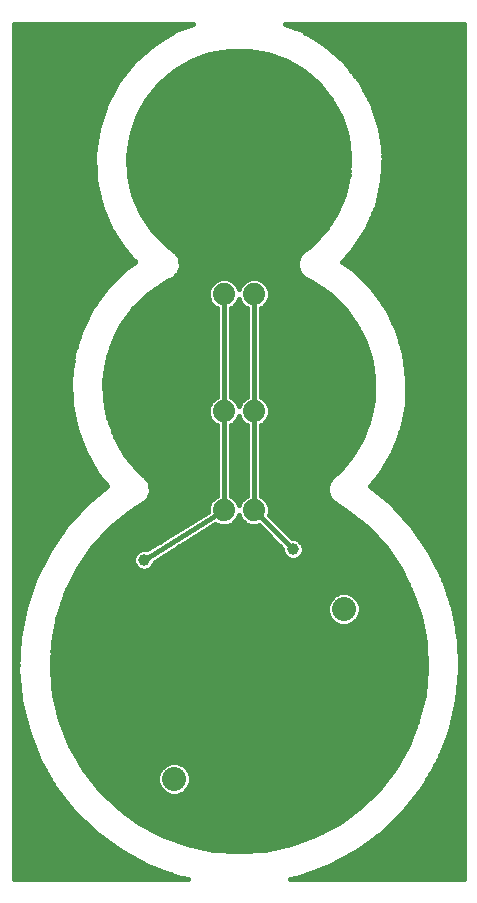
<source format=gbl>
G75*
G70*
%OFA0B0*%
%FSLAX24Y24*%
%IPPOS*%
%LPD*%
%AMOC8*
5,1,8,0,0,1.08239X$1,22.5*
%
%ADD10C,0.0800*%
%ADD11C,0.0740*%
%ADD12C,0.0160*%
%ADD13C,0.0396*%
D10*
X005523Y003989D03*
X011180Y009646D03*
D11*
X008180Y012946D03*
X007180Y012946D03*
X007180Y016246D03*
X008180Y016246D03*
X008180Y020146D03*
X007180Y020146D03*
D12*
X005985Y000646D02*
X000180Y000646D01*
X000180Y029146D01*
X006146Y029146D01*
X005585Y028935D01*
X004842Y028491D01*
X004189Y027922D01*
X003650Y027245D01*
X003239Y026483D01*
X002971Y025659D01*
X002855Y024802D01*
X002855Y024802D01*
X002894Y023937D01*
X002894Y023937D01*
X003086Y023093D01*
X003086Y023093D01*
X003426Y022296D01*
X003903Y021574D01*
X003903Y021574D01*
X004229Y021232D01*
X003874Y020980D01*
X003278Y020388D01*
X002787Y019708D01*
X002414Y018956D01*
X002169Y018154D01*
X002058Y017322D01*
X002085Y016484D01*
X002085Y016484D01*
X002248Y015661D01*
X002543Y014875D01*
X002963Y014149D01*
X002963Y014149D01*
X003299Y013739D01*
X002642Y013207D01*
X002642Y013207D01*
X001935Y012447D01*
X001343Y011596D01*
X000875Y010671D01*
X000542Y009689D01*
X000349Y008670D01*
X000301Y007634D01*
X000399Y006602D01*
X000640Y005594D01*
X000640Y005594D01*
X001021Y004629D01*
X001533Y003727D01*
X002166Y002906D01*
X002908Y002182D01*
X003744Y001568D01*
X004658Y001079D01*
X005632Y000722D01*
X005985Y000646D01*
X000180Y000646D01*
X000180Y000804D02*
X005406Y000804D01*
X005632Y000722D02*
X005632Y000722D01*
X004973Y000963D02*
X000180Y000963D01*
X000180Y001121D02*
X004578Y001121D01*
X004658Y001079D02*
X004658Y001079D01*
X004282Y001280D02*
X000180Y001280D01*
X000180Y001438D02*
X003987Y001438D01*
X003744Y001568D02*
X003744Y001568D01*
X003705Y001597D02*
X000180Y001597D01*
X000180Y001755D02*
X003489Y001755D01*
X003273Y001914D02*
X000180Y001914D01*
X000180Y002072D02*
X003057Y002072D01*
X002908Y002182D02*
X002908Y002182D01*
X002858Y002231D02*
X000180Y002231D01*
X000180Y002389D02*
X002695Y002389D01*
X002533Y002548D02*
X000180Y002548D01*
X000180Y002706D02*
X002370Y002706D01*
X002208Y002865D02*
X000180Y002865D01*
X000180Y003023D02*
X002075Y003023D01*
X002166Y002906D02*
X002166Y002906D01*
X001953Y003182D02*
X000180Y003182D01*
X000180Y003340D02*
X001831Y003340D01*
X001709Y003499D02*
X000180Y003499D01*
X000180Y003657D02*
X001587Y003657D01*
X001533Y003727D02*
X001533Y003727D01*
X001482Y003816D02*
X000180Y003816D01*
X000180Y003974D02*
X001392Y003974D01*
X001302Y004133D02*
X000180Y004133D01*
X000180Y004291D02*
X001212Y004291D01*
X001123Y004450D02*
X000180Y004450D01*
X000180Y004608D02*
X001033Y004608D01*
X001021Y004629D02*
X001021Y004629D01*
X000966Y004767D02*
X000180Y004767D01*
X000180Y004925D02*
X000904Y004925D01*
X000841Y005084D02*
X000180Y005084D01*
X000180Y005242D02*
X000779Y005242D01*
X000716Y005401D02*
X000180Y005401D01*
X000180Y005559D02*
X000654Y005559D01*
X000611Y005718D02*
X000180Y005718D01*
X000180Y005876D02*
X000573Y005876D01*
X000535Y006035D02*
X000180Y006035D01*
X000180Y006193D02*
X000497Y006193D01*
X000459Y006352D02*
X000180Y006352D01*
X000180Y006510D02*
X000421Y006510D01*
X000399Y006602D02*
X000399Y006602D01*
X000393Y006669D02*
X000180Y006669D01*
X000180Y006827D02*
X000378Y006827D01*
X000363Y006986D02*
X000180Y006986D01*
X000180Y007144D02*
X000348Y007144D01*
X000333Y007303D02*
X000180Y007303D01*
X000180Y007461D02*
X000318Y007461D01*
X000303Y007620D02*
X000180Y007620D01*
X000301Y007634D02*
X000301Y007634D01*
X000308Y007778D02*
X000180Y007778D01*
X000180Y007937D02*
X000315Y007937D01*
X000322Y008095D02*
X000180Y008095D01*
X000180Y008254D02*
X000330Y008254D01*
X000337Y008412D02*
X000180Y008412D01*
X000180Y008571D02*
X000344Y008571D01*
X000360Y008729D02*
X000180Y008729D01*
X000180Y008888D02*
X000390Y008888D01*
X000420Y009046D02*
X000180Y009046D01*
X000180Y009205D02*
X000450Y009205D01*
X000480Y009363D02*
X000180Y009363D01*
X000180Y009522D02*
X000510Y009522D01*
X000540Y009680D02*
X000180Y009680D01*
X000180Y009839D02*
X000592Y009839D01*
X000646Y009997D02*
X000180Y009997D01*
X000180Y010156D02*
X000700Y010156D01*
X000754Y010314D02*
X000180Y010314D01*
X000180Y010473D02*
X000808Y010473D01*
X000862Y010631D02*
X000180Y010631D01*
X000180Y010790D02*
X000935Y010790D01*
X001015Y010948D02*
X000180Y010948D01*
X000180Y011107D02*
X001095Y011107D01*
X001175Y011265D02*
X000180Y011265D01*
X000180Y011424D02*
X001255Y011424D01*
X001336Y011582D02*
X000180Y011582D01*
X000180Y011741D02*
X001443Y011741D01*
X001554Y011899D02*
X000180Y011899D01*
X000180Y012058D02*
X001664Y012058D01*
X001775Y012216D02*
X000180Y012216D01*
X000180Y012375D02*
X001885Y012375D01*
X001935Y012447D02*
X001935Y012447D01*
X002016Y012533D02*
X000180Y012533D01*
X000180Y012692D02*
X002163Y012692D01*
X002310Y012850D02*
X000180Y012850D01*
X000180Y013009D02*
X002458Y013009D01*
X002605Y013167D02*
X000180Y013167D01*
X000180Y013326D02*
X002789Y013326D01*
X002985Y013484D02*
X000180Y013484D01*
X000180Y013643D02*
X003180Y013643D01*
X003248Y013801D02*
X000180Y013801D01*
X000180Y013960D02*
X003118Y013960D01*
X002988Y014118D02*
X000180Y014118D01*
X000180Y014277D02*
X002889Y014277D01*
X002797Y014435D02*
X000180Y014435D01*
X000180Y014594D02*
X002706Y014594D01*
X002614Y014752D02*
X000180Y014752D01*
X000180Y014911D02*
X002530Y014911D01*
X002543Y014875D02*
X002543Y014875D01*
X002470Y015069D02*
X000180Y015069D01*
X000180Y015228D02*
X002410Y015228D01*
X002351Y015386D02*
X000180Y015386D01*
X000180Y015545D02*
X002291Y015545D01*
X002248Y015661D02*
X002248Y015661D01*
X002239Y015703D02*
X000180Y015703D01*
X000180Y015862D02*
X002208Y015862D01*
X002176Y016020D02*
X000180Y016020D01*
X000180Y016179D02*
X002145Y016179D01*
X002113Y016337D02*
X000180Y016337D01*
X000180Y016496D02*
X002084Y016496D01*
X002079Y016654D02*
X000180Y016654D01*
X000180Y016813D02*
X002074Y016813D01*
X002069Y016971D02*
X000180Y016971D01*
X000180Y017130D02*
X002064Y017130D01*
X002059Y017288D02*
X000180Y017288D01*
X000180Y017447D02*
X002075Y017447D01*
X002058Y017322D02*
X002058Y017322D01*
X002096Y017605D02*
X000180Y017605D01*
X000180Y017764D02*
X002117Y017764D01*
X002138Y017922D02*
X000180Y017922D01*
X000180Y018081D02*
X002159Y018081D01*
X002169Y018154D02*
X002169Y018154D01*
X002195Y018239D02*
X000180Y018239D01*
X000180Y018398D02*
X002243Y018398D01*
X002292Y018556D02*
X000180Y018556D01*
X000180Y018715D02*
X002340Y018715D01*
X002389Y018873D02*
X000180Y018873D01*
X000180Y019032D02*
X002452Y019032D01*
X002414Y018956D02*
X002414Y018956D01*
X002530Y019190D02*
X000180Y019190D01*
X000180Y019349D02*
X002609Y019349D01*
X002688Y019507D02*
X000180Y019507D01*
X000180Y019666D02*
X002766Y019666D01*
X002787Y019708D02*
X002787Y019708D01*
X002871Y019824D02*
X000180Y019824D01*
X000180Y019983D02*
X002986Y019983D01*
X003100Y020141D02*
X000180Y020141D01*
X000180Y020300D02*
X003214Y020300D01*
X003278Y020388D02*
X003278Y020388D01*
X003278Y020388D01*
X003349Y020458D02*
X000180Y020458D01*
X000180Y020617D02*
X003508Y020617D01*
X003668Y020775D02*
X000180Y020775D01*
X000180Y020934D02*
X003828Y020934D01*
X004032Y021092D02*
X000180Y021092D01*
X000180Y021251D02*
X004211Y021251D01*
X004059Y021409D02*
X000180Y021409D01*
X000180Y021568D02*
X003908Y021568D01*
X003802Y021726D02*
X000180Y021726D01*
X000180Y021885D02*
X003697Y021885D01*
X003593Y022043D02*
X000180Y022043D01*
X000180Y022202D02*
X003488Y022202D01*
X003426Y022296D02*
X003426Y022296D01*
X003399Y022360D02*
X000180Y022360D01*
X000180Y022519D02*
X003331Y022519D01*
X003263Y022677D02*
X000180Y022677D01*
X000180Y022836D02*
X003196Y022836D01*
X003128Y022994D02*
X000180Y022994D01*
X000180Y023153D02*
X003072Y023153D01*
X003036Y023311D02*
X000180Y023311D01*
X000180Y023470D02*
X003000Y023470D01*
X002964Y023628D02*
X000180Y023628D01*
X000180Y023787D02*
X002928Y023787D01*
X002893Y023945D02*
X000180Y023945D01*
X000180Y024104D02*
X002886Y024104D01*
X002879Y024262D02*
X000180Y024262D01*
X000180Y024421D02*
X002872Y024421D01*
X002865Y024579D02*
X000180Y024579D01*
X000180Y024738D02*
X002858Y024738D01*
X002868Y024896D02*
X000180Y024896D01*
X000180Y025055D02*
X002889Y025055D01*
X002911Y025213D02*
X000180Y025213D01*
X000180Y025372D02*
X002932Y025372D01*
X002954Y025530D02*
X000180Y025530D01*
X000180Y025689D02*
X002981Y025689D01*
X003033Y025847D02*
X000180Y025847D01*
X000180Y026006D02*
X003084Y026006D01*
X003136Y026164D02*
X000180Y026164D01*
X000180Y026323D02*
X003187Y026323D01*
X003239Y026481D02*
X000180Y026481D01*
X000180Y026640D02*
X003324Y026640D01*
X003409Y026798D02*
X000180Y026798D01*
X000180Y026957D02*
X003495Y026957D01*
X003580Y027115D02*
X000180Y027115D01*
X000180Y027274D02*
X003673Y027274D01*
X003799Y027432D02*
X000180Y027432D01*
X000180Y027591D02*
X003926Y027591D01*
X004052Y027749D02*
X000180Y027749D01*
X000180Y027908D02*
X004179Y027908D01*
X004189Y027922D02*
X004189Y027922D01*
X004355Y028066D02*
X000180Y028066D01*
X000180Y028225D02*
X004537Y028225D01*
X004718Y028383D02*
X000180Y028383D01*
X000180Y028542D02*
X004926Y028542D01*
X005192Y028700D02*
X000180Y028700D01*
X000180Y028859D02*
X005457Y028859D01*
X005585Y028935D02*
X005585Y028935D01*
X005804Y029017D02*
X000180Y029017D01*
X004082Y025406D02*
X003993Y024750D01*
X004023Y024089D01*
X004170Y023444D01*
X004430Y022836D01*
X004794Y022284D01*
X005251Y021805D01*
X005452Y021644D01*
X005468Y021639D01*
X005531Y021583D01*
X005599Y021533D01*
X005614Y021510D01*
X005635Y021491D01*
X005672Y021415D01*
X005716Y021343D01*
X005720Y021316D01*
X005732Y021291D01*
X005737Y021207D01*
X005751Y021123D01*
X005744Y021096D01*
X005746Y021069D01*
X005718Y020989D01*
X005698Y020907D01*
X005682Y020884D01*
X005673Y020858D01*
X005617Y020795D01*
X005567Y020726D01*
X005544Y020712D01*
X005526Y020691D01*
X005450Y020654D01*
X005377Y020610D01*
X005360Y020607D01*
X005138Y020488D01*
X004606Y020110D01*
X004143Y019650D01*
X003761Y019120D01*
X003471Y018536D01*
X003280Y017912D01*
X003194Y017265D01*
X003214Y016613D01*
X003341Y015972D01*
X003571Y015362D01*
X003898Y014797D01*
X004312Y014292D01*
X004538Y014078D01*
X004603Y014030D01*
X004615Y014010D01*
X004633Y013994D01*
X004672Y013915D01*
X004718Y013839D01*
X004721Y013815D01*
X004731Y013794D01*
X004737Y013706D01*
X004750Y013618D01*
X004745Y013595D01*
X004746Y013572D01*
X004718Y013488D01*
X004696Y013402D01*
X004682Y013383D01*
X004675Y013361D01*
X004616Y013294D01*
X004564Y013223D01*
X004544Y013211D01*
X004528Y013193D01*
X004455Y013157D01*
X004100Y012927D01*
X004100Y012927D01*
X003419Y012375D01*
X005811Y012375D01*
X005557Y012216D02*
X003271Y012216D01*
X003124Y012058D02*
X005303Y012058D01*
X005048Y011899D02*
X002977Y011899D01*
X002829Y011741D02*
X004794Y011741D01*
X004624Y011635D02*
X004594Y011647D01*
X004452Y011647D01*
X004320Y011593D01*
X004220Y011492D01*
X004165Y011360D01*
X004165Y011218D01*
X004220Y011086D01*
X004320Y010985D01*
X004452Y010931D01*
X004594Y010931D01*
X004726Y010985D01*
X004827Y011086D01*
X004881Y011218D01*
X004881Y011230D01*
X006900Y012488D01*
X007075Y012416D01*
X007285Y012416D01*
X007480Y012497D01*
X007629Y012646D01*
X007680Y012768D01*
X007731Y012646D01*
X007880Y012497D01*
X008075Y012416D01*
X008285Y012416D01*
X008346Y012441D01*
X009122Y011665D01*
X009122Y011575D01*
X009176Y011443D01*
X009277Y011342D01*
X009409Y011288D01*
X009551Y011288D01*
X009683Y011342D01*
X009784Y011443D01*
X009838Y011575D01*
X009838Y011717D01*
X009784Y011849D01*
X009683Y011950D01*
X009551Y012004D01*
X009461Y012004D01*
X008685Y012780D01*
X008710Y012841D01*
X008710Y013051D01*
X008629Y013246D01*
X008480Y013395D01*
X008420Y013420D01*
X008420Y015772D01*
X008480Y015797D01*
X008629Y015946D01*
X008710Y016141D01*
X008710Y016351D01*
X008629Y016546D01*
X008480Y016695D01*
X008420Y016720D01*
X008420Y019672D01*
X008480Y019697D01*
X008629Y019846D01*
X008710Y020041D01*
X008710Y020251D01*
X008629Y020446D01*
X008480Y020595D01*
X008285Y020676D01*
X008075Y020676D01*
X007880Y020595D01*
X007731Y020446D01*
X007680Y020324D01*
X007629Y020446D01*
X007480Y020595D01*
X007285Y020676D01*
X007075Y020676D01*
X006880Y020595D01*
X006731Y020446D01*
X006650Y020251D01*
X006650Y020041D01*
X006731Y019846D01*
X006880Y019697D01*
X006940Y019672D01*
X006940Y016720D01*
X006880Y016695D01*
X006731Y016546D01*
X006650Y016351D01*
X006650Y016141D01*
X006731Y015946D01*
X006880Y015797D01*
X006940Y015772D01*
X006940Y013420D01*
X006880Y013395D01*
X006731Y013246D01*
X006650Y013051D01*
X006650Y012898D01*
X004624Y011635D01*
X004523Y011289D02*
X007180Y012946D01*
X007180Y016246D01*
X007180Y020146D01*
X006940Y019666D02*
X004159Y019666D01*
X004040Y019507D02*
X006940Y019507D01*
X006940Y019349D02*
X003926Y019349D01*
X003812Y019190D02*
X006940Y019190D01*
X006940Y019032D02*
X003717Y019032D01*
X003638Y018873D02*
X006940Y018873D01*
X006940Y018715D02*
X003560Y018715D01*
X003481Y018556D02*
X006940Y018556D01*
X006940Y018398D02*
X003429Y018398D01*
X003380Y018239D02*
X006940Y018239D01*
X006940Y018081D02*
X003332Y018081D01*
X003283Y017922D02*
X006940Y017922D01*
X006940Y017764D02*
X003260Y017764D01*
X003239Y017605D02*
X006940Y017605D01*
X006940Y017447D02*
X003218Y017447D01*
X003197Y017288D02*
X006940Y017288D01*
X006940Y017130D02*
X003198Y017130D01*
X003203Y016971D02*
X006940Y016971D01*
X006940Y016813D02*
X003208Y016813D01*
X003213Y016654D02*
X006839Y016654D01*
X006710Y016496D02*
X003238Y016496D01*
X003269Y016337D02*
X006650Y016337D01*
X006650Y016179D02*
X003300Y016179D01*
X003332Y016020D02*
X006700Y016020D01*
X006814Y015862D02*
X003383Y015862D01*
X003442Y015703D02*
X006940Y015703D01*
X006940Y015545D02*
X003502Y015545D01*
X003562Y015386D02*
X006940Y015386D01*
X006940Y015228D02*
X003648Y015228D01*
X003740Y015069D02*
X006940Y015069D01*
X006940Y014911D02*
X003831Y014911D01*
X003934Y014752D02*
X006940Y014752D01*
X006940Y014594D02*
X004064Y014594D01*
X004194Y014435D02*
X006940Y014435D01*
X006940Y014277D02*
X004328Y014277D01*
X004495Y014118D02*
X006940Y014118D01*
X006940Y013960D02*
X004649Y013960D01*
X004728Y013801D02*
X006940Y013801D01*
X006940Y013643D02*
X004747Y013643D01*
X004717Y013484D02*
X006940Y013484D01*
X006810Y013326D02*
X004644Y013326D01*
X004476Y013167D02*
X006698Y013167D01*
X006650Y013009D02*
X004226Y013009D01*
X004006Y012850D02*
X006573Y012850D01*
X006319Y012692D02*
X003810Y012692D01*
X003614Y012533D02*
X006065Y012533D01*
X006210Y012058D02*
X008729Y012058D01*
X008887Y011899D02*
X005955Y011899D01*
X005701Y011741D02*
X009046Y011741D01*
X009122Y011582D02*
X005447Y011582D01*
X005193Y011424D02*
X009196Y011424D01*
X009480Y011646D02*
X008180Y012946D01*
X008180Y016246D01*
X008180Y020146D01*
X008420Y019666D02*
X011201Y019666D01*
X011217Y019650D02*
X010754Y020110D01*
X010222Y020488D01*
X010000Y020607D01*
X009983Y020610D01*
X009910Y020654D01*
X009834Y020691D01*
X009816Y020712D01*
X009793Y020726D01*
X009743Y020795D01*
X009687Y020858D01*
X009678Y020884D01*
X009662Y020907D01*
X009642Y020989D01*
X009614Y021069D01*
X009616Y021096D01*
X009609Y021123D01*
X009623Y021207D01*
X009628Y021291D01*
X009640Y021316D01*
X009644Y021343D01*
X009688Y021415D01*
X009725Y021491D01*
X009746Y021510D01*
X009761Y021533D01*
X009829Y021583D01*
X009892Y021639D01*
X009908Y021644D01*
X010109Y021805D01*
X010566Y022284D01*
X010930Y022836D01*
X011190Y023444D01*
X011337Y024089D01*
X011367Y024750D01*
X011278Y025406D01*
X011073Y026035D01*
X010760Y026617D01*
X010347Y027134D01*
X009849Y027569D01*
X009281Y027909D01*
X008662Y028141D01*
X008011Y028259D01*
X007349Y028259D01*
X006698Y028141D01*
X006079Y027909D01*
X005511Y027569D01*
X005511Y027569D01*
X005013Y027134D01*
X004600Y026617D01*
X004287Y026035D01*
X004082Y025406D01*
X004078Y025372D02*
X011282Y025372D01*
X011304Y025213D02*
X004056Y025213D01*
X004035Y025055D02*
X011325Y025055D01*
X011347Y024896D02*
X004013Y024896D01*
X003994Y024738D02*
X011366Y024738D01*
X011359Y024579D02*
X004001Y024579D01*
X004008Y024421D02*
X011352Y024421D01*
X011345Y024262D02*
X004015Y024262D01*
X004022Y024104D02*
X011338Y024104D01*
X011304Y023945D02*
X004056Y023945D01*
X004092Y023787D02*
X011268Y023787D01*
X011232Y023628D02*
X004128Y023628D01*
X004164Y023470D02*
X011196Y023470D01*
X011134Y023311D02*
X004226Y023311D01*
X004294Y023153D02*
X011066Y023153D01*
X010998Y022994D02*
X004362Y022994D01*
X004429Y022836D02*
X010931Y022836D01*
X010826Y022677D02*
X004534Y022677D01*
X004639Y022519D02*
X010721Y022519D01*
X010617Y022360D02*
X004743Y022360D01*
X004872Y022202D02*
X010488Y022202D01*
X010337Y022043D02*
X005023Y022043D01*
X005175Y021885D02*
X010185Y021885D01*
X010011Y021726D02*
X005349Y021726D01*
X005552Y021568D02*
X009808Y021568D01*
X009685Y021409D02*
X005675Y021409D01*
X005735Y021251D02*
X009625Y021251D01*
X009616Y021092D02*
X005744Y021092D01*
X005705Y020934D02*
X009655Y020934D01*
X009757Y020775D02*
X005603Y020775D01*
X005388Y020617D02*
X006932Y020617D01*
X006743Y020458D02*
X005097Y020458D01*
X004874Y020300D02*
X006670Y020300D01*
X006650Y020141D02*
X004651Y020141D01*
X004478Y019983D02*
X006674Y019983D01*
X006752Y019824D02*
X004319Y019824D01*
X007420Y019672D02*
X007420Y016720D01*
X007480Y016695D01*
X007629Y016546D01*
X007680Y016424D01*
X007731Y016546D01*
X007880Y016695D01*
X007940Y016720D01*
X007940Y019672D01*
X007880Y019697D01*
X007731Y019846D01*
X007680Y019968D01*
X007629Y019846D01*
X007480Y019697D01*
X007420Y019672D01*
X007420Y019666D02*
X007940Y019666D01*
X007940Y019507D02*
X007420Y019507D01*
X007420Y019349D02*
X007940Y019349D01*
X007940Y019190D02*
X007420Y019190D01*
X007420Y019032D02*
X007940Y019032D01*
X007940Y018873D02*
X007420Y018873D01*
X007420Y018715D02*
X007940Y018715D01*
X007940Y018556D02*
X007420Y018556D01*
X007420Y018398D02*
X007940Y018398D01*
X007940Y018239D02*
X007420Y018239D01*
X007420Y018081D02*
X007940Y018081D01*
X007940Y017922D02*
X007420Y017922D01*
X007420Y017764D02*
X007940Y017764D01*
X007940Y017605D02*
X007420Y017605D01*
X007420Y017447D02*
X007940Y017447D01*
X007940Y017288D02*
X007420Y017288D01*
X007420Y017130D02*
X007940Y017130D01*
X007940Y016971D02*
X007420Y016971D01*
X007420Y016813D02*
X007940Y016813D01*
X007839Y016654D02*
X007521Y016654D01*
X007650Y016496D02*
X007710Y016496D01*
X007680Y016068D02*
X007629Y015946D01*
X007480Y015797D01*
X007420Y015772D01*
X007420Y013420D01*
X007480Y013395D01*
X007629Y013246D01*
X007680Y013124D01*
X007731Y013246D01*
X007880Y013395D01*
X007940Y013420D01*
X007940Y015772D01*
X007880Y015797D01*
X007731Y015946D01*
X007680Y016068D01*
X007660Y016020D02*
X007700Y016020D01*
X007814Y015862D02*
X007546Y015862D01*
X007420Y015703D02*
X007940Y015703D01*
X007940Y015545D02*
X007420Y015545D01*
X007420Y015386D02*
X007940Y015386D01*
X007940Y015228D02*
X007420Y015228D01*
X007420Y015069D02*
X007940Y015069D01*
X007940Y014911D02*
X007420Y014911D01*
X007420Y014752D02*
X007940Y014752D01*
X007940Y014594D02*
X007420Y014594D01*
X007420Y014435D02*
X007940Y014435D01*
X007940Y014277D02*
X007420Y014277D01*
X007420Y014118D02*
X007940Y014118D01*
X007940Y013960D02*
X007420Y013960D01*
X007420Y013801D02*
X007940Y013801D01*
X007940Y013643D02*
X007420Y013643D01*
X007420Y013484D02*
X007940Y013484D01*
X007810Y013326D02*
X007550Y013326D01*
X007662Y013167D02*
X007698Y013167D01*
X007712Y012692D02*
X007648Y012692D01*
X007517Y012533D02*
X007843Y012533D01*
X008412Y012375D02*
X006718Y012375D01*
X006464Y012216D02*
X008570Y012216D01*
X008773Y012692D02*
X011550Y012692D01*
X011745Y012533D02*
X008932Y012533D01*
X009090Y012375D02*
X011941Y012375D01*
X012539Y011733D01*
X013040Y011013D01*
X013436Y010230D01*
X013718Y009400D01*
X013880Y008538D01*
X013921Y007662D01*
X013838Y006789D01*
X013634Y005936D01*
X013312Y005120D01*
X012879Y004357D01*
X012344Y003663D01*
X011716Y003050D01*
X011009Y002531D01*
X010236Y002117D01*
X009412Y001815D01*
X008555Y001631D01*
X007680Y001570D01*
X006805Y001631D01*
X005948Y001815D01*
X005124Y002117D01*
X004351Y002531D01*
X003644Y003050D01*
X003016Y003663D01*
X002481Y004357D01*
X002048Y005120D01*
X001726Y005936D01*
X001522Y006789D01*
X001439Y007662D01*
X001480Y008538D01*
X001642Y009400D01*
X001924Y010230D01*
X002320Y011013D01*
X002821Y011733D01*
X003419Y012375D01*
X002717Y011582D02*
X004310Y011582D01*
X004191Y011424D02*
X002606Y011424D01*
X002496Y011265D02*
X004165Y011265D01*
X004211Y011107D02*
X002385Y011107D01*
X002287Y010948D02*
X004410Y010948D01*
X004637Y010948D02*
X013073Y010948D01*
X013153Y010790D02*
X002207Y010790D01*
X002127Y010631D02*
X013233Y010631D01*
X013313Y010473D02*
X002047Y010473D01*
X001967Y010314D02*
X013393Y010314D01*
X013461Y010156D02*
X011412Y010156D01*
X011497Y010121D02*
X011291Y010206D01*
X011069Y010206D01*
X010863Y010121D01*
X010705Y009963D01*
X010620Y009757D01*
X010620Y009535D01*
X010705Y009329D01*
X010863Y009171D01*
X011069Y009086D01*
X011291Y009086D01*
X011497Y009171D01*
X011655Y009329D01*
X011740Y009535D01*
X011740Y009757D01*
X011655Y009963D01*
X011497Y010121D01*
X011620Y009997D02*
X013515Y009997D01*
X013569Y009839D02*
X011706Y009839D01*
X011740Y009680D02*
X013622Y009680D01*
X013676Y009522D02*
X011735Y009522D01*
X011669Y009363D02*
X013725Y009363D01*
X013754Y009205D02*
X011531Y009205D01*
X010948Y010156D02*
X001899Y010156D01*
X001845Y009997D02*
X010740Y009997D01*
X010654Y009839D02*
X001791Y009839D01*
X001738Y009680D02*
X010620Y009680D01*
X010625Y009522D02*
X001684Y009522D01*
X001635Y009363D02*
X010691Y009363D01*
X010829Y009205D02*
X001606Y009205D01*
X001576Y009046D02*
X013784Y009046D01*
X013814Y008888D02*
X001546Y008888D01*
X001516Y008729D02*
X013844Y008729D01*
X013874Y008571D02*
X001486Y008571D01*
X001474Y008412D02*
X013886Y008412D01*
X013894Y008254D02*
X001466Y008254D01*
X001459Y008095D02*
X013901Y008095D01*
X013908Y007937D02*
X001452Y007937D01*
X001444Y007778D02*
X013916Y007778D01*
X013917Y007620D02*
X001443Y007620D01*
X001458Y007461D02*
X013902Y007461D01*
X013887Y007303D02*
X001473Y007303D01*
X001488Y007144D02*
X013872Y007144D01*
X013857Y006986D02*
X001503Y006986D01*
X001518Y006827D02*
X013842Y006827D01*
X013810Y006669D02*
X001550Y006669D01*
X001588Y006510D02*
X013772Y006510D01*
X013734Y006352D02*
X001626Y006352D01*
X001664Y006193D02*
X013696Y006193D01*
X013658Y006035D02*
X001702Y006035D01*
X001749Y005876D02*
X013611Y005876D01*
X013548Y005718D02*
X001812Y005718D01*
X001874Y005559D02*
X013486Y005559D01*
X013423Y005401D02*
X001937Y005401D01*
X001999Y005242D02*
X013361Y005242D01*
X013292Y005084D02*
X002068Y005084D01*
X002158Y004925D02*
X013202Y004925D01*
X013112Y004767D02*
X002248Y004767D01*
X002338Y004608D02*
X013022Y004608D01*
X012932Y004450D02*
X005854Y004450D01*
X005840Y004464D02*
X005635Y004549D01*
X005412Y004549D01*
X005206Y004464D01*
X005048Y004306D01*
X004963Y004100D01*
X004963Y003878D01*
X005048Y003672D01*
X005206Y003514D01*
X005412Y003429D01*
X005635Y003429D01*
X005840Y003514D01*
X005998Y003672D01*
X006083Y003878D01*
X006083Y004100D01*
X005998Y004306D01*
X005840Y004464D01*
X006004Y004291D02*
X012829Y004291D01*
X012706Y004133D02*
X006070Y004133D01*
X006083Y003974D02*
X012584Y003974D01*
X012462Y003816D02*
X006058Y003816D01*
X005983Y003657D02*
X012338Y003657D01*
X012176Y003499D02*
X005803Y003499D01*
X005243Y003499D02*
X003184Y003499D01*
X003022Y003657D02*
X005063Y003657D01*
X004989Y003816D02*
X002898Y003816D01*
X002776Y003974D02*
X004963Y003974D01*
X004977Y004133D02*
X002654Y004133D01*
X002531Y004291D02*
X005042Y004291D01*
X005192Y004450D02*
X002428Y004450D01*
X003346Y003340D02*
X012014Y003340D01*
X011851Y003182D02*
X003509Y003182D01*
X003680Y003023D02*
X011680Y003023D01*
X011464Y002865D02*
X003896Y002865D01*
X004112Y002706D02*
X011248Y002706D01*
X011031Y002548D02*
X004329Y002548D01*
X004616Y002389D02*
X010744Y002389D01*
X010448Y002231D02*
X004912Y002231D01*
X005246Y002072D02*
X010114Y002072D01*
X009682Y001914D02*
X005678Y001914D01*
X006226Y001755D02*
X009134Y001755D01*
X009375Y000646D02*
X015180Y000646D01*
X009375Y000646D01*
X009728Y000722D01*
X009728Y000722D01*
X010702Y001079D01*
X011616Y001568D01*
X012452Y002182D01*
X013194Y002906D01*
X013827Y003727D01*
X013827Y003727D01*
X014339Y004629D01*
X014720Y005594D01*
X014961Y006602D01*
X014961Y006602D01*
X015059Y007634D01*
X015011Y008670D01*
X015011Y008670D01*
X014818Y009689D01*
X014485Y010671D01*
X014017Y011596D01*
X014017Y011596D01*
X013425Y012447D01*
X013425Y012447D01*
X012718Y013207D01*
X012061Y013739D01*
X012397Y014149D01*
X012817Y014875D01*
X012817Y014875D01*
X013112Y015661D01*
X013275Y016484D01*
X013302Y017322D01*
X013302Y017322D01*
X013191Y018154D01*
X012946Y018956D01*
X012946Y018956D01*
X012573Y019708D01*
X012082Y020388D01*
X012082Y020388D01*
X011486Y020980D01*
X011131Y021232D01*
X011457Y021574D01*
X011934Y022296D01*
X011934Y022296D01*
X012274Y023093D01*
X012466Y023937D01*
X012505Y024802D01*
X012389Y025659D01*
X012121Y026483D01*
X011710Y027245D01*
X011171Y027922D01*
X011171Y027922D01*
X011171Y027922D01*
X010518Y028491D01*
X009775Y028935D01*
X009214Y029146D01*
X015180Y029146D01*
X015180Y000646D01*
X015180Y000804D02*
X009954Y000804D01*
X010387Y000963D02*
X015180Y000963D01*
X015180Y001121D02*
X010782Y001121D01*
X010702Y001079D02*
X010702Y001079D01*
X011078Y001280D02*
X015180Y001280D01*
X015180Y001438D02*
X011373Y001438D01*
X011616Y001568D02*
X011616Y001568D01*
X011655Y001597D02*
X015180Y001597D01*
X015180Y001755D02*
X011871Y001755D01*
X012087Y001914D02*
X015180Y001914D01*
X015180Y002072D02*
X012303Y002072D01*
X012452Y002182D02*
X012452Y002182D01*
X012502Y002231D02*
X015180Y002231D01*
X015180Y002389D02*
X012665Y002389D01*
X012827Y002548D02*
X015180Y002548D01*
X015180Y002706D02*
X012990Y002706D01*
X013152Y002865D02*
X015180Y002865D01*
X015180Y003023D02*
X013285Y003023D01*
X013194Y002906D02*
X013194Y002906D01*
X013407Y003182D02*
X015180Y003182D01*
X015180Y003340D02*
X013529Y003340D01*
X013651Y003499D02*
X015180Y003499D01*
X015180Y003657D02*
X013773Y003657D01*
X013878Y003816D02*
X015180Y003816D01*
X015180Y003974D02*
X013968Y003974D01*
X014058Y004133D02*
X015180Y004133D01*
X015180Y004291D02*
X014148Y004291D01*
X014237Y004450D02*
X015180Y004450D01*
X015180Y004608D02*
X014327Y004608D01*
X014339Y004629D02*
X014339Y004629D01*
X014394Y004767D02*
X015180Y004767D01*
X015180Y004925D02*
X014456Y004925D01*
X014519Y005084D02*
X015180Y005084D01*
X015180Y005242D02*
X014581Y005242D01*
X014644Y005401D02*
X015180Y005401D01*
X015180Y005559D02*
X014706Y005559D01*
X014720Y005594D02*
X014720Y005594D01*
X014749Y005718D02*
X015180Y005718D01*
X015180Y005876D02*
X014787Y005876D01*
X014825Y006035D02*
X015180Y006035D01*
X015180Y006193D02*
X014863Y006193D01*
X014901Y006352D02*
X015180Y006352D01*
X015180Y006510D02*
X014939Y006510D01*
X014967Y006669D02*
X015180Y006669D01*
X015180Y006827D02*
X014982Y006827D01*
X014997Y006986D02*
X015180Y006986D01*
X015180Y007144D02*
X015012Y007144D01*
X015027Y007303D02*
X015180Y007303D01*
X015180Y007461D02*
X015042Y007461D01*
X015057Y007620D02*
X015180Y007620D01*
X015059Y007634D02*
X015059Y007634D01*
X015052Y007778D02*
X015180Y007778D01*
X015180Y007937D02*
X015045Y007937D01*
X015038Y008095D02*
X015180Y008095D01*
X015180Y008254D02*
X015030Y008254D01*
X015023Y008412D02*
X015180Y008412D01*
X015180Y008571D02*
X015016Y008571D01*
X015000Y008729D02*
X015180Y008729D01*
X015180Y008888D02*
X014970Y008888D01*
X014940Y009046D02*
X015180Y009046D01*
X015180Y009205D02*
X014910Y009205D01*
X014880Y009363D02*
X015180Y009363D01*
X015180Y009522D02*
X014850Y009522D01*
X014820Y009680D02*
X015180Y009680D01*
X015180Y009839D02*
X014768Y009839D01*
X014818Y009689D02*
X014818Y009689D01*
X014714Y009997D02*
X015180Y009997D01*
X015180Y010156D02*
X014660Y010156D01*
X014606Y010314D02*
X015180Y010314D01*
X015180Y010473D02*
X014552Y010473D01*
X014498Y010631D02*
X015180Y010631D01*
X015180Y010790D02*
X014425Y010790D01*
X014485Y010671D02*
X014485Y010671D01*
X014345Y010948D02*
X015180Y010948D01*
X015180Y011107D02*
X014265Y011107D01*
X014185Y011265D02*
X015180Y011265D01*
X015180Y011424D02*
X014105Y011424D01*
X014024Y011582D02*
X015180Y011582D01*
X015180Y011741D02*
X013917Y011741D01*
X013806Y011899D02*
X015180Y011899D01*
X015180Y012058D02*
X013696Y012058D01*
X013585Y012216D02*
X015180Y012216D01*
X015180Y012375D02*
X013475Y012375D01*
X013344Y012533D02*
X015180Y012533D01*
X015180Y012692D02*
X013197Y012692D01*
X013050Y012850D02*
X015180Y012850D01*
X015180Y013009D02*
X012902Y013009D01*
X012755Y013167D02*
X015180Y013167D01*
X015180Y013326D02*
X012571Y013326D01*
X012718Y013207D02*
X012718Y013207D01*
X012375Y013484D02*
X015180Y013484D01*
X015180Y013643D02*
X012180Y013643D01*
X012112Y013801D02*
X015180Y013801D01*
X015180Y013960D02*
X012242Y013960D01*
X012372Y014118D02*
X015180Y014118D01*
X015180Y014277D02*
X012471Y014277D01*
X012397Y014149D02*
X012397Y014149D01*
X012563Y014435D02*
X015180Y014435D01*
X015180Y014594D02*
X012654Y014594D01*
X012746Y014752D02*
X015180Y014752D01*
X015180Y014911D02*
X012830Y014911D01*
X012890Y015069D02*
X015180Y015069D01*
X015180Y015228D02*
X012950Y015228D01*
X013009Y015386D02*
X015180Y015386D01*
X015180Y015545D02*
X013069Y015545D01*
X013112Y015661D02*
X013112Y015661D01*
X013121Y015703D02*
X015180Y015703D01*
X015180Y015862D02*
X013152Y015862D01*
X013184Y016020D02*
X015180Y016020D01*
X015180Y016179D02*
X013215Y016179D01*
X013247Y016337D02*
X015180Y016337D01*
X015180Y016496D02*
X013276Y016496D01*
X013275Y016484D02*
X013275Y016484D01*
X013281Y016654D02*
X015180Y016654D01*
X015180Y016813D02*
X013286Y016813D01*
X013291Y016971D02*
X015180Y016971D01*
X015180Y017130D02*
X013296Y017130D01*
X013301Y017288D02*
X015180Y017288D01*
X015180Y017447D02*
X013285Y017447D01*
X013264Y017605D02*
X015180Y017605D01*
X015180Y017764D02*
X013243Y017764D01*
X013222Y017922D02*
X015180Y017922D01*
X015180Y018081D02*
X013201Y018081D01*
X013191Y018154D02*
X013191Y018154D01*
X013165Y018239D02*
X015180Y018239D01*
X015180Y018398D02*
X013117Y018398D01*
X013068Y018556D02*
X015180Y018556D01*
X015180Y018715D02*
X013020Y018715D01*
X012971Y018873D02*
X015180Y018873D01*
X015180Y019032D02*
X012908Y019032D01*
X012830Y019190D02*
X015180Y019190D01*
X015180Y019349D02*
X012751Y019349D01*
X012672Y019507D02*
X015180Y019507D01*
X015180Y019666D02*
X012594Y019666D01*
X012573Y019708D02*
X012573Y019708D01*
X012489Y019824D02*
X015180Y019824D01*
X015180Y019983D02*
X012374Y019983D01*
X012260Y020141D02*
X015180Y020141D01*
X015180Y020300D02*
X012146Y020300D01*
X012011Y020458D02*
X015180Y020458D01*
X015180Y020617D02*
X011852Y020617D01*
X011692Y020775D02*
X015180Y020775D01*
X015180Y020934D02*
X011532Y020934D01*
X011486Y020980D02*
X011486Y020980D01*
X011328Y021092D02*
X015180Y021092D01*
X015180Y021251D02*
X011149Y021251D01*
X011301Y021409D02*
X015180Y021409D01*
X015180Y021568D02*
X011452Y021568D01*
X011457Y021574D02*
X011457Y021574D01*
X011558Y021726D02*
X015180Y021726D01*
X015180Y021885D02*
X011663Y021885D01*
X011767Y022043D02*
X015180Y022043D01*
X015180Y022202D02*
X011872Y022202D01*
X011961Y022360D02*
X015180Y022360D01*
X015180Y022519D02*
X012029Y022519D01*
X012097Y022677D02*
X015180Y022677D01*
X015180Y022836D02*
X012164Y022836D01*
X012232Y022994D02*
X015180Y022994D01*
X015180Y023153D02*
X012288Y023153D01*
X012274Y023093D02*
X012274Y023093D01*
X012324Y023311D02*
X015180Y023311D01*
X015180Y023470D02*
X012360Y023470D01*
X012396Y023628D02*
X015180Y023628D01*
X015180Y023787D02*
X012432Y023787D01*
X012466Y023937D02*
X012466Y023937D01*
X012467Y023945D02*
X015180Y023945D01*
X015180Y024104D02*
X012474Y024104D01*
X012481Y024262D02*
X015180Y024262D01*
X015180Y024421D02*
X012488Y024421D01*
X012495Y024579D02*
X015180Y024579D01*
X015180Y024738D02*
X012502Y024738D01*
X012505Y024802D02*
X012505Y024802D01*
X012492Y024896D02*
X015180Y024896D01*
X015180Y025055D02*
X012471Y025055D01*
X012449Y025213D02*
X015180Y025213D01*
X015180Y025372D02*
X012428Y025372D01*
X012406Y025530D02*
X015180Y025530D01*
X015180Y025689D02*
X012379Y025689D01*
X012389Y025659D02*
X012389Y025659D01*
X012327Y025847D02*
X015180Y025847D01*
X015180Y026006D02*
X012276Y026006D01*
X012224Y026164D02*
X015180Y026164D01*
X015180Y026323D02*
X012173Y026323D01*
X012121Y026481D02*
X015180Y026481D01*
X015180Y026640D02*
X012036Y026640D01*
X012121Y026483D02*
X012121Y026483D01*
X011951Y026798D02*
X015180Y026798D01*
X015180Y026957D02*
X011865Y026957D01*
X011780Y027115D02*
X015180Y027115D01*
X015180Y027274D02*
X011687Y027274D01*
X011710Y027245D02*
X011710Y027245D01*
X011561Y027432D02*
X015180Y027432D01*
X015180Y027591D02*
X011434Y027591D01*
X011308Y027749D02*
X015180Y027749D01*
X015180Y027908D02*
X011181Y027908D01*
X011005Y028066D02*
X015180Y028066D01*
X015180Y028225D02*
X010823Y028225D01*
X010642Y028383D02*
X015180Y028383D01*
X015180Y028542D02*
X010434Y028542D01*
X010518Y028491D02*
X010518Y028491D01*
X010168Y028700D02*
X015180Y028700D01*
X015180Y028859D02*
X009903Y028859D01*
X009775Y028935D02*
X009775Y028935D01*
X009556Y029017D02*
X015180Y029017D01*
X011237Y025530D02*
X004123Y025530D01*
X004174Y025689D02*
X011186Y025689D01*
X011134Y025847D02*
X004226Y025847D01*
X004278Y026006D02*
X011082Y026006D01*
X011003Y026164D02*
X004357Y026164D01*
X004442Y026323D02*
X010918Y026323D01*
X010833Y026481D02*
X004527Y026481D01*
X004619Y026640D02*
X010741Y026640D01*
X010615Y026798D02*
X004745Y026798D01*
X004872Y026957D02*
X010488Y026957D01*
X010362Y027115D02*
X004998Y027115D01*
X005173Y027274D02*
X010187Y027274D01*
X010006Y027432D02*
X005354Y027432D01*
X005547Y027591D02*
X009813Y027591D01*
X009547Y027749D02*
X005813Y027749D01*
X006078Y027908D02*
X009282Y027908D01*
X008860Y028066D02*
X006500Y028066D01*
X007161Y028225D02*
X008199Y028225D01*
X008428Y020617D02*
X009972Y020617D01*
X010263Y020458D02*
X008617Y020458D01*
X008690Y020300D02*
X010486Y020300D01*
X010709Y020141D02*
X008710Y020141D01*
X008686Y019983D02*
X010882Y019983D01*
X011041Y019824D02*
X008608Y019824D01*
X008420Y019507D02*
X011320Y019507D01*
X011217Y019650D02*
X011599Y019120D01*
X011889Y018536D01*
X012080Y017912D01*
X012166Y017265D01*
X012146Y016613D01*
X012019Y015972D01*
X011789Y015362D01*
X011462Y014797D01*
X011048Y014292D01*
X010822Y014078D01*
X010757Y014030D01*
X010745Y014010D01*
X010727Y013994D01*
X010688Y013915D01*
X010642Y013839D01*
X010639Y013815D01*
X010629Y013794D01*
X010623Y013706D01*
X010610Y013618D01*
X010615Y013595D01*
X010614Y013572D01*
X010642Y013488D01*
X010664Y013402D01*
X010678Y013383D01*
X010685Y013361D01*
X010744Y013294D01*
X010796Y013223D01*
X010816Y013211D01*
X010832Y013193D01*
X010905Y013157D01*
X011260Y012927D01*
X011941Y012375D01*
X012089Y012216D02*
X009249Y012216D01*
X009407Y012058D02*
X012236Y012058D01*
X012383Y011899D02*
X009733Y011899D01*
X009828Y011741D02*
X012531Y011741D01*
X012643Y011582D02*
X009838Y011582D01*
X009764Y011424D02*
X012754Y011424D01*
X012864Y011265D02*
X004939Y011265D01*
X004835Y011107D02*
X012975Y011107D01*
X011354Y012850D02*
X008710Y012850D01*
X008710Y013009D02*
X011134Y013009D01*
X010884Y013167D02*
X008662Y013167D01*
X008550Y013326D02*
X010716Y013326D01*
X010643Y013484D02*
X008420Y013484D01*
X008420Y013643D02*
X010613Y013643D01*
X010632Y013801D02*
X008420Y013801D01*
X008420Y013960D02*
X010711Y013960D01*
X010865Y014118D02*
X008420Y014118D01*
X008420Y014277D02*
X011032Y014277D01*
X011166Y014435D02*
X008420Y014435D01*
X008420Y014594D02*
X011296Y014594D01*
X011426Y014752D02*
X008420Y014752D01*
X008420Y014911D02*
X011529Y014911D01*
X011620Y015069D02*
X008420Y015069D01*
X008420Y015228D02*
X011712Y015228D01*
X011798Y015386D02*
X008420Y015386D01*
X008420Y015545D02*
X011858Y015545D01*
X011918Y015703D02*
X008420Y015703D01*
X008546Y015862D02*
X011977Y015862D01*
X012028Y016020D02*
X008660Y016020D01*
X008710Y016179D02*
X012060Y016179D01*
X012091Y016337D02*
X008710Y016337D01*
X008650Y016496D02*
X012122Y016496D01*
X012147Y016654D02*
X008521Y016654D01*
X008420Y016813D02*
X012152Y016813D01*
X012157Y016971D02*
X008420Y016971D01*
X008420Y017130D02*
X012162Y017130D01*
X012163Y017288D02*
X008420Y017288D01*
X008420Y017447D02*
X012142Y017447D01*
X012121Y017605D02*
X008420Y017605D01*
X008420Y017764D02*
X012100Y017764D01*
X012077Y017922D02*
X008420Y017922D01*
X008420Y018081D02*
X012028Y018081D01*
X011980Y018239D02*
X008420Y018239D01*
X008420Y018398D02*
X011931Y018398D01*
X011879Y018556D02*
X008420Y018556D01*
X008420Y018715D02*
X011800Y018715D01*
X011722Y018873D02*
X008420Y018873D01*
X008420Y019032D02*
X011643Y019032D01*
X011548Y019190D02*
X008420Y019190D01*
X008420Y019349D02*
X011434Y019349D01*
X007932Y020617D02*
X007428Y020617D01*
X007617Y020458D02*
X007743Y020458D01*
X007752Y019824D02*
X007608Y019824D01*
X007295Y001597D02*
X008065Y001597D01*
D13*
X004523Y011289D03*
X009480Y011646D03*
M02*

</source>
